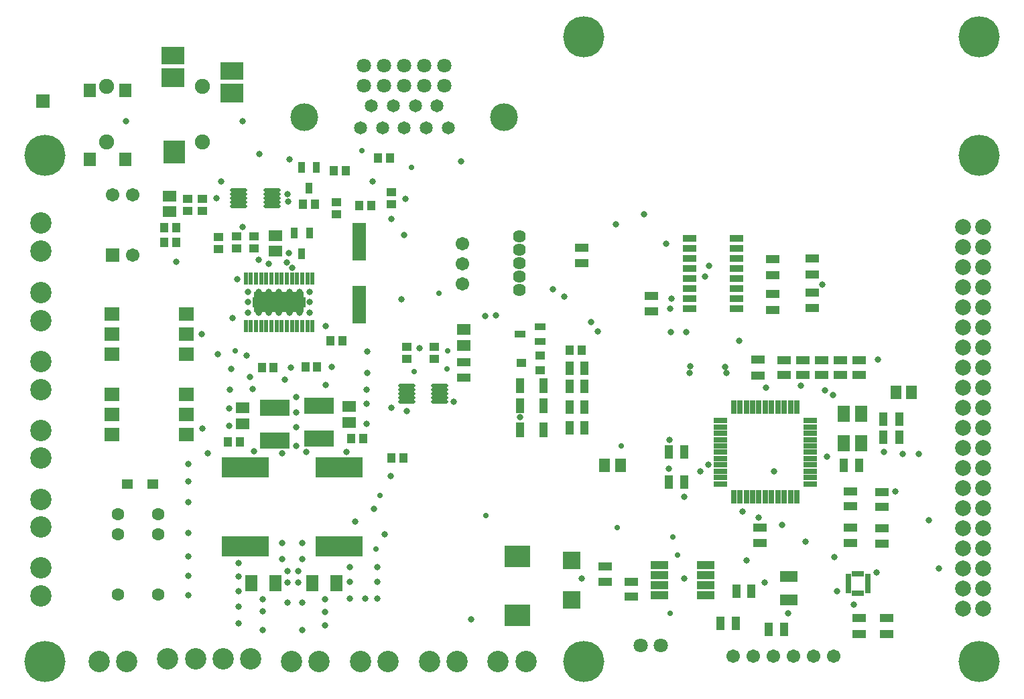
<source format=gts>
G04 Layer_Color=8388736*
%FSLAX25Y25*%
%MOIN*%
G70*
G01*
G75*
%ADD50C,0.06500*%
%ADD71R,0.05524X0.06509*%
%ADD72R,0.04343X0.06706*%
%ADD73R,0.04737X0.03950*%
%ADD74R,0.08674X0.08674*%
%ADD75R,0.07493X0.06509*%
%ADD76O,0.08674X0.01981*%
%ADD77R,0.06706X0.04343*%
%ADD78R,0.11824X0.08674*%
%ADD79R,0.11824X0.09461*%
%ADD80R,0.11036X0.11824*%
%ADD81R,0.03950X0.04737*%
%ADD82R,0.05524X0.03359*%
%ADD83R,0.04737X0.03950*%
%ADD84R,0.03359X0.05524*%
%ADD85R,0.06509X0.05524*%
%ADD86R,0.06706X0.03556*%
%ADD87R,0.23241X0.09855*%
%ADD88R,0.04343X0.07690*%
%ADD89R,0.07099X0.18517*%
%ADD90R,0.25091X0.10249*%
%ADD91R,0.02000X0.06200*%
%ADD92R,0.12611X0.10642*%
%ADD93R,0.05918X0.07887*%
%ADD94R,0.06312X0.07887*%
%ADD95R,0.15052X0.08083*%
%ADD96R,0.08674X0.03958*%
%ADD97R,0.05918X0.06902*%
%ADD98R,0.08674X0.05524*%
%ADD99R,0.02847X0.02178*%
%ADD100R,0.02178X0.02847*%
%ADD101R,0.02965X0.06587*%
%ADD102R,0.06587X0.02965*%
%ADD103R,0.05721X0.05131*%
%ADD104C,0.07493*%
%ADD105C,0.07099*%
%ADD106C,0.13800*%
%ADD107C,0.10642*%
%ADD108C,0.03200*%
%ADD109C,0.02800*%
%ADD110C,0.06706*%
%ADD111C,0.20485*%
%ADD112C,0.06391*%
%ADD113R,0.06706X0.06706*%
%ADD114R,0.06706X0.06706*%
%ADD115C,0.06312*%
%ADD116C,0.07887*%
%ADD117C,0.03202*%
G36*
X430054Y53858D02*
X427638D01*
Y55588D01*
X430054D01*
Y53858D01*
D02*
G37*
G36*
X420382D02*
X417992D01*
Y55587D01*
X420382D01*
Y53858D01*
D02*
G37*
G36*
X430065Y55827D02*
X427638D01*
Y57563D01*
X430065D01*
Y55827D01*
D02*
G37*
G36*
X420385D02*
X417992D01*
Y57561D01*
X420385D01*
Y55827D01*
D02*
G37*
G36*
X430055Y51890D02*
X427638D01*
Y53614D01*
X430055D01*
Y51890D01*
D02*
G37*
G36*
X426850Y50663D02*
X425124D01*
Y53070D01*
X426850D01*
Y50663D01*
D02*
G37*
G36*
X422903Y50663D02*
X421188D01*
Y53061D01*
X422903D01*
Y50663D01*
D02*
G37*
G36*
X420384Y51890D02*
X417992D01*
Y53614D01*
X420384D01*
Y51890D01*
D02*
G37*
G36*
X424879Y50665D02*
X423154D01*
Y53068D01*
X424879D01*
Y50665D01*
D02*
G37*
G36*
X422923Y60328D02*
X421168D01*
Y62726D01*
X422923D01*
Y60328D01*
D02*
G37*
G36*
X426866Y60319D02*
X425114D01*
Y62732D01*
X426866D01*
Y60319D01*
D02*
G37*
G36*
X149291Y194301D02*
X148267D01*
Y199222D01*
X149291D01*
Y194301D01*
D02*
G37*
G36*
X123976D02*
X122952D01*
Y199222D01*
X123976D01*
Y194301D01*
D02*
G37*
G36*
X424888Y60319D02*
X423145D01*
Y62723D01*
X424888D01*
Y60319D01*
D02*
G37*
G36*
X430055Y57795D02*
X427638D01*
Y59535D01*
X430055D01*
Y57795D01*
D02*
G37*
G36*
X420383D02*
X417992D01*
Y59536D01*
X420383D01*
Y57795D01*
D02*
G37*
G36*
X430052Y59764D02*
X427638D01*
Y61506D01*
X430052D01*
Y59764D01*
D02*
G37*
G36*
X420380D02*
X417992D01*
Y61514D01*
X420380D01*
Y59764D01*
D02*
G37*
D50*
X214775Y294578D02*
D03*
X203875D02*
D03*
X192975D02*
D03*
X182075D02*
D03*
X220225Y283378D02*
D03*
X209325D02*
D03*
X198425D02*
D03*
X187525D02*
D03*
X176625D02*
D03*
D71*
X298031Y115354D02*
D03*
X305906D02*
D03*
X442913Y151969D02*
D03*
X450787D02*
D03*
D72*
X379724Y33858D02*
D03*
X387205D02*
D03*
X363583Y52756D02*
D03*
X371063D02*
D03*
X444488Y138583D02*
D03*
X436614D02*
D03*
X280512Y163779D02*
D03*
X287992D02*
D03*
X329921Y122047D02*
D03*
X337795D02*
D03*
X329921Y107087D02*
D03*
X337795D02*
D03*
X280512Y154823D02*
D03*
X287992D02*
D03*
X280512Y144587D02*
D03*
X287992D02*
D03*
X280512Y134252D02*
D03*
X287992D02*
D03*
X444488Y129528D02*
D03*
X436614D02*
D03*
X424803Y115354D02*
D03*
X416929D02*
D03*
X363189Y37008D02*
D03*
X355709D02*
D03*
D73*
X98032Y248031D02*
D03*
X98032Y242126D02*
D03*
X90551Y248031D02*
D03*
X90551Y242126D02*
D03*
X199606Y168504D02*
D03*
X199606Y174409D02*
D03*
X213386Y168504D02*
D03*
X213386Y174409D02*
D03*
X123622Y223622D02*
D03*
Y229528D02*
D03*
X192126Y245669D02*
D03*
X192126Y251575D02*
D03*
X164567Y240551D02*
D03*
Y246457D02*
D03*
X114961Y229528D02*
D03*
X114961Y223622D02*
D03*
X105905Y229134D02*
D03*
X105905Y223228D02*
D03*
D74*
X281496Y68110D02*
D03*
Y48425D02*
D03*
D75*
X52953Y130945D02*
D03*
Y140945D02*
D03*
Y150945D02*
D03*
X89961D02*
D03*
Y140945D02*
D03*
Y130945D02*
D03*
X52953Y170709D02*
D03*
Y180709D02*
D03*
Y190709D02*
D03*
X89961D02*
D03*
Y180709D02*
D03*
Y170709D02*
D03*
D76*
X116142Y252362D02*
D03*
Y250394D02*
D03*
Y248425D02*
D03*
Y246457D02*
D03*
Y244488D02*
D03*
X132677Y252362D02*
D03*
Y250394D02*
D03*
Y248425D02*
D03*
Y246457D02*
D03*
Y244488D02*
D03*
X199606Y155118D02*
D03*
Y153150D02*
D03*
Y151181D02*
D03*
Y149213D02*
D03*
Y147244D02*
D03*
X216142Y155118D02*
D03*
Y153150D02*
D03*
Y151181D02*
D03*
Y149213D02*
D03*
Y147244D02*
D03*
D77*
X438189Y31496D02*
D03*
Y39370D02*
D03*
X424803Y31496D02*
D03*
Y39370D02*
D03*
X227953Y159252D02*
D03*
Y166732D02*
D03*
X406102Y167913D02*
D03*
Y160433D02*
D03*
X396752Y167913D02*
D03*
Y160433D02*
D03*
X387402Y167913D02*
D03*
Y160433D02*
D03*
X420472Y84646D02*
D03*
Y76772D02*
D03*
X435827Y84252D02*
D03*
Y76378D02*
D03*
Y102165D02*
D03*
Y94685D02*
D03*
X420472Y102559D02*
D03*
Y95079D02*
D03*
X424803Y167913D02*
D03*
Y160433D02*
D03*
X415453Y167913D02*
D03*
Y160433D02*
D03*
X381496Y192913D02*
D03*
Y200787D02*
D03*
X401181Y201575D02*
D03*
Y193701D02*
D03*
X381496Y210236D02*
D03*
Y218110D02*
D03*
X401181Y210630D02*
D03*
Y218504D02*
D03*
X321260Y192126D02*
D03*
Y200000D02*
D03*
X375197Y84646D02*
D03*
Y76772D02*
D03*
X286614Y216339D02*
D03*
Y223819D02*
D03*
X374410Y168110D02*
D03*
Y160236D02*
D03*
X311417Y57677D02*
D03*
Y50197D02*
D03*
X298425Y57677D02*
D03*
Y65158D02*
D03*
D78*
X112598Y312008D02*
D03*
X83465Y319488D02*
D03*
D79*
Y308465D02*
D03*
X112598Y300984D02*
D03*
D80*
X83858Y271457D02*
D03*
D81*
X280709Y172835D02*
D03*
X286614D02*
D03*
X161811Y177559D02*
D03*
X167717Y177559D02*
D03*
X148031Y245669D02*
D03*
X153937D02*
D03*
X116535Y127165D02*
D03*
X110630Y127165D02*
D03*
X177953Y128740D02*
D03*
X172047Y128740D02*
D03*
X79134Y233858D02*
D03*
X85039D02*
D03*
X79134Y226378D02*
D03*
X85039D02*
D03*
X169291Y262205D02*
D03*
X163386D02*
D03*
X133465Y164173D02*
D03*
X127559Y164173D02*
D03*
X155118Y164567D02*
D03*
X149213Y164567D02*
D03*
X181890Y244882D02*
D03*
X175984Y244882D02*
D03*
X185433Y268504D02*
D03*
X191339Y268504D02*
D03*
X192126Y119291D02*
D03*
X198031Y119291D02*
D03*
D82*
X255906Y180905D02*
D03*
X266142Y184646D02*
D03*
X266142Y177165D02*
D03*
D83*
X256496Y166535D02*
D03*
X265945Y162795D02*
D03*
Y170276D02*
D03*
D84*
X150984Y253543D02*
D03*
X147244Y263779D02*
D03*
X154724Y263779D02*
D03*
X147441Y220866D02*
D03*
X143701Y231102D02*
D03*
X151181Y231102D02*
D03*
D85*
X227953Y175197D02*
D03*
Y183071D02*
D03*
X134252Y222047D02*
D03*
Y229921D02*
D03*
X118110Y136221D02*
D03*
Y144095D02*
D03*
X170866Y137008D02*
D03*
Y144882D02*
D03*
X81496Y249606D02*
D03*
Y241732D02*
D03*
D86*
X340158Y193524D02*
D03*
Y198524D02*
D03*
Y203524D02*
D03*
Y208524D02*
D03*
Y213524D02*
D03*
Y218524D02*
D03*
Y223524D02*
D03*
Y228524D02*
D03*
X363779D02*
D03*
Y223524D02*
D03*
Y218524D02*
D03*
Y213524D02*
D03*
Y208524D02*
D03*
Y203524D02*
D03*
Y198524D02*
D03*
Y193524D02*
D03*
D87*
X166142Y114567D02*
D03*
Y75197D02*
D03*
X119291Y114567D02*
D03*
Y75197D02*
D03*
D88*
X255906Y133071D02*
D03*
X267717D02*
D03*
X255906Y145276D02*
D03*
X267717D02*
D03*
X255906Y155118D02*
D03*
X267717D02*
D03*
D89*
X175984Y226927D02*
D03*
Y195472D02*
D03*
D90*
X136122Y196761D02*
D03*
D91*
X152756Y184861D02*
D03*
X150197D02*
D03*
X147638D02*
D03*
X145079D02*
D03*
X142519D02*
D03*
X139960D02*
D03*
X137401D02*
D03*
X134842D02*
D03*
X132283D02*
D03*
X129724D02*
D03*
X127165D02*
D03*
X124606D02*
D03*
X122047D02*
D03*
X119488D02*
D03*
Y208661D02*
D03*
X122047D02*
D03*
X124606D02*
D03*
X127165D02*
D03*
X129724D02*
D03*
X132283D02*
D03*
X134842D02*
D03*
X137401D02*
D03*
X139960D02*
D03*
X142519D02*
D03*
X145079D02*
D03*
X147638D02*
D03*
X150197D02*
D03*
X152756D02*
D03*
D92*
X254724Y40748D02*
D03*
Y70276D02*
D03*
D93*
X164567Y56693D02*
D03*
X152756D02*
D03*
X134252D02*
D03*
X122441D02*
D03*
D94*
X425591Y141142D02*
D03*
X416929D02*
D03*
X425591Y126575D02*
D03*
X416929D02*
D03*
D95*
X133858Y144095D02*
D03*
Y127717D02*
D03*
X155905Y145276D02*
D03*
Y128898D02*
D03*
D96*
X325197Y65748D02*
D03*
Y60748D02*
D03*
Y55748D02*
D03*
Y50748D02*
D03*
X348425Y65748D02*
D03*
Y60748D02*
D03*
Y55748D02*
D03*
Y50748D02*
D03*
D97*
X59646Y302264D02*
D03*
Y267815D02*
D03*
X41929Y302264D02*
D03*
Y267815D02*
D03*
D98*
X389764Y60236D02*
D03*
Y48425D02*
D03*
D99*
X428839Y60630D02*
D03*
Y58661D02*
D03*
Y56693D02*
D03*
Y54724D02*
D03*
Y52756D02*
D03*
X419193D02*
D03*
Y54724D02*
D03*
Y56693D02*
D03*
Y58661D02*
D03*
Y60630D02*
D03*
D100*
X425984Y51870D02*
D03*
X424016D02*
D03*
X422047D02*
D03*
Y61516D02*
D03*
X424016D02*
D03*
X425984D02*
D03*
D101*
X362205Y144370D02*
D03*
X365354D02*
D03*
X368504D02*
D03*
X371654D02*
D03*
X374803D02*
D03*
X393701D02*
D03*
X390551D02*
D03*
X387402D02*
D03*
X384252D02*
D03*
X381102D02*
D03*
X377953D02*
D03*
X393701Y99724D02*
D03*
X390551D02*
D03*
X387402D02*
D03*
X384252D02*
D03*
X381102D02*
D03*
X362205D02*
D03*
X365354D02*
D03*
X368504D02*
D03*
X371654D02*
D03*
X374803D02*
D03*
X377953D02*
D03*
D102*
X400276Y137795D02*
D03*
Y134646D02*
D03*
Y131496D02*
D03*
Y128347D02*
D03*
Y125197D02*
D03*
Y106299D02*
D03*
Y109449D02*
D03*
Y112598D02*
D03*
Y115748D02*
D03*
Y118898D02*
D03*
Y122047D02*
D03*
X355630Y106299D02*
D03*
Y109449D02*
D03*
Y112598D02*
D03*
Y115748D02*
D03*
Y118898D02*
D03*
Y137795D02*
D03*
Y134646D02*
D03*
Y131496D02*
D03*
Y128347D02*
D03*
Y125197D02*
D03*
Y122047D02*
D03*
D103*
X73327Y106299D02*
D03*
X60532D02*
D03*
D104*
X98032Y276575D02*
D03*
Y304134D02*
D03*
X50394Y276575D02*
D03*
Y304134D02*
D03*
X98032Y276575D02*
D03*
Y304134D02*
D03*
D105*
X325984Y25984D02*
D03*
X316142D02*
D03*
X218425Y314449D02*
D03*
X208425D02*
D03*
X218425Y304449D02*
D03*
X208425D02*
D03*
X198425Y314449D02*
D03*
Y304449D02*
D03*
X188425Y314449D02*
D03*
Y304449D02*
D03*
X178425D02*
D03*
Y314449D02*
D03*
D106*
X248125Y288978D02*
D03*
X148725D02*
D03*
D107*
X17717Y222244D02*
D03*
Y236024D02*
D03*
Y50591D02*
D03*
Y64370D02*
D03*
X60433Y17791D02*
D03*
X46654D02*
D03*
X122047Y19291D02*
D03*
X108268D02*
D03*
X94488D02*
D03*
X80709D02*
D03*
X156102Y17717D02*
D03*
X142323D02*
D03*
X190354D02*
D03*
X176575D02*
D03*
X258858D02*
D03*
X245079D02*
D03*
X224606D02*
D03*
X210827D02*
D03*
X17717Y119095D02*
D03*
Y132874D02*
D03*
Y153347D02*
D03*
Y167126D02*
D03*
Y187598D02*
D03*
Y201378D02*
D03*
Y84842D02*
D03*
Y98622D02*
D03*
D108*
X151476Y191643D02*
D03*
X146358D02*
D03*
X141240D02*
D03*
X136122D02*
D03*
X131004D02*
D03*
X125885D02*
D03*
X120767D02*
D03*
X151476Y196761D02*
D03*
X146358D02*
D03*
X141240D02*
D03*
X131004D02*
D03*
X125885D02*
D03*
X120767D02*
D03*
X151476Y201880D02*
D03*
X146358D02*
D03*
X141240D02*
D03*
X136122D02*
D03*
X131004D02*
D03*
X125885D02*
D03*
X120767D02*
D03*
X454331Y121260D02*
D03*
X446457D02*
D03*
X174016Y87402D02*
D03*
X121653Y159449D02*
D03*
X138976Y158268D02*
D03*
X142126Y164173D02*
D03*
X162205Y164567D02*
D03*
X398031Y77559D02*
D03*
X422047Y46063D02*
D03*
X112992Y188976D02*
D03*
X159449Y184861D02*
D03*
X59842Y287008D02*
D03*
X118110D02*
D03*
X459449Y88189D02*
D03*
X389370Y41732D02*
D03*
X437008Y122047D02*
D03*
X412205Y69685D02*
D03*
X377559Y57087D02*
D03*
X433858Y168110D02*
D03*
X286614Y59055D02*
D03*
X337795Y100000D02*
D03*
X329921Y113779D02*
D03*
X337795Y59055D02*
D03*
X368504Y68110D02*
D03*
X364961Y177559D02*
D03*
X406299Y205512D02*
D03*
X331447Y198524D02*
D03*
X338583Y181890D02*
D03*
X330709Y193524D02*
D03*
X331102Y181890D02*
D03*
X442520Y102362D02*
D03*
X374803Y89370D02*
D03*
X231496Y38976D02*
D03*
X357874Y164567D02*
D03*
X358661Y161417D02*
D03*
X340158D02*
D03*
X340551Y164961D02*
D03*
X179921Y172047D02*
D03*
X382283Y112598D02*
D03*
X395669Y155118D02*
D03*
X97638Y180709D02*
D03*
X98032Y133858D02*
D03*
X291339Y187008D02*
D03*
X294488Y182283D02*
D03*
X317717Y240551D02*
D03*
X303543Y235433D02*
D03*
X198425Y230315D02*
D03*
X226772Y266929D02*
D03*
X411811Y150394D02*
D03*
X407776Y152756D02*
D03*
X192126Y144095D02*
D03*
X188583Y81102D02*
D03*
X199606Y142520D02*
D03*
X183465Y93701D02*
D03*
X433465Y62205D02*
D03*
X413779Y52756D02*
D03*
X408661Y119685D02*
D03*
X277953Y199606D02*
D03*
X238583Y189764D02*
D03*
X85039Y216929D02*
D03*
X115354Y208268D02*
D03*
X140945Y221260D02*
D03*
X125984Y217717D02*
D03*
X222835Y147244D02*
D03*
X255906Y139370D02*
D03*
X272441Y203150D02*
D03*
X378346Y154331D02*
D03*
X140551Y246850D02*
D03*
X182677Y256693D02*
D03*
X196850Y198031D02*
D03*
X107480Y256693D02*
D03*
X141339Y267717D02*
D03*
X328740Y225984D02*
D03*
X366535Y92520D02*
D03*
X244094Y190157D02*
D03*
X198819Y248031D02*
D03*
X192126Y238189D02*
D03*
X126378Y270472D02*
D03*
X118110Y234252D02*
D03*
X140157Y250394D02*
D03*
X105118Y248425D02*
D03*
X131102Y215748D02*
D03*
X139960Y216535D02*
D03*
X142519Y213780D02*
D03*
X345669Y112598D02*
D03*
X349606Y115748D02*
D03*
X348031Y209449D02*
D03*
X350031Y214929D02*
D03*
X330315Y128347D02*
D03*
X464173Y64173D02*
D03*
X105512Y170709D02*
D03*
X205905Y174015D02*
D03*
X120079Y170079D02*
D03*
X191732Y110236D02*
D03*
D109*
X136122Y196761D02*
D03*
X306299Y125197D02*
D03*
X330709Y41732D02*
D03*
X334252Y70866D02*
D03*
X331890Y79921D02*
D03*
X304331Y84646D02*
D03*
X201969Y263779D02*
D03*
X215748Y201181D02*
D03*
X177165Y272047D02*
D03*
X238976Y90551D02*
D03*
X114173Y172441D02*
D03*
X203150Y162205D02*
D03*
X220079Y172441D02*
D03*
X219685Y163386D02*
D03*
X184449Y73819D02*
D03*
X186221Y100394D02*
D03*
D110*
X362008Y20472D02*
D03*
X372008D02*
D03*
X382008D02*
D03*
X392008D02*
D03*
X402008D02*
D03*
X412008D02*
D03*
X63150Y220079D02*
D03*
X63150Y250079D02*
D03*
X53150D02*
D03*
X227165Y215748D02*
D03*
Y225748D02*
D03*
Y205748D02*
D03*
D111*
X19685Y269685D02*
D03*
X484252D02*
D03*
X19685Y17717D02*
D03*
X484252Y328740D02*
D03*
Y17717D02*
D03*
X287717D02*
D03*
Y328740D02*
D03*
D112*
X255512Y202756D02*
D03*
Y209449D02*
D03*
Y216142D02*
D03*
Y222835D02*
D03*
Y229528D02*
D03*
D113*
X53150Y220079D02*
D03*
D114*
X18504Y296850D02*
D03*
D115*
X75906Y81339D02*
D03*
X55905Y51339D02*
D03*
X75906Y51339D02*
D03*
Y91339D02*
D03*
X55905D02*
D03*
Y81339D02*
D03*
D116*
X486378Y44094D02*
D03*
X476378D02*
D03*
X486378Y54094D02*
D03*
X476378D02*
D03*
X486378Y64095D02*
D03*
X476378D02*
D03*
X486378Y74094D02*
D03*
X476378D02*
D03*
X486378Y84095D02*
D03*
X476378D02*
D03*
X486378Y94095D02*
D03*
X476378D02*
D03*
X486378Y104095D02*
D03*
X476378D02*
D03*
X486378Y114094D02*
D03*
X476378D02*
D03*
X486378Y124094D02*
D03*
X476378D02*
D03*
X486378Y134095D02*
D03*
X476378D02*
D03*
X486378Y144095D02*
D03*
X476378D02*
D03*
X486378Y154095D02*
D03*
X476378D02*
D03*
X486378Y164094D02*
D03*
X476378D02*
D03*
X486378Y174094D02*
D03*
X476378D02*
D03*
X486378Y184095D02*
D03*
X476378D02*
D03*
X486378Y194095D02*
D03*
X476378D02*
D03*
X486378Y204095D02*
D03*
X476378D02*
D03*
X486378Y214094D02*
D03*
X476378D02*
D03*
X486378Y224095D02*
D03*
X476378D02*
D03*
X486378Y234095D02*
D03*
X476378D02*
D03*
D117*
X185039Y64961D02*
D03*
X171260D02*
D03*
Y49213D02*
D03*
X179134D02*
D03*
X185039D02*
D03*
Y57480D02*
D03*
X147638Y33465D02*
D03*
Y47244D02*
D03*
Y76772D02*
D03*
X137795D02*
D03*
Y68898D02*
D03*
X147638D02*
D03*
X145669Y62992D02*
D03*
Y57087D02*
D03*
X140157D02*
D03*
Y62992D02*
D03*
Y47244D02*
D03*
X127953Y48819D02*
D03*
Y42913D02*
D03*
Y33465D02*
D03*
X159055Y48819D02*
D03*
Y42520D02*
D03*
Y35827D02*
D03*
X116142Y66929D02*
D03*
Y60236D02*
D03*
Y52756D02*
D03*
Y45276D02*
D03*
Y37008D02*
D03*
X169685Y122047D02*
D03*
X149606D02*
D03*
X123622Y122441D02*
D03*
X137795Y121653D02*
D03*
X144488Y125197D02*
D03*
Y134646D02*
D03*
Y141732D02*
D03*
Y149606D02*
D03*
X159449Y155512D02*
D03*
X122835Y153543D02*
D03*
X111811Y153150D02*
D03*
X112205Y163386D02*
D03*
X179528Y136221D02*
D03*
Y146063D02*
D03*
Y153150D02*
D03*
X179921Y161417D02*
D03*
X111417Y135039D02*
D03*
Y143701D02*
D03*
X90945Y97244D02*
D03*
Y107480D02*
D03*
Y116142D02*
D03*
X100787Y121653D02*
D03*
X90945Y81890D02*
D03*
Y70079D02*
D03*
Y60630D02*
D03*
Y50787D02*
D03*
X386221Y85827D02*
D03*
X171260Y57480D02*
D03*
M02*

</source>
